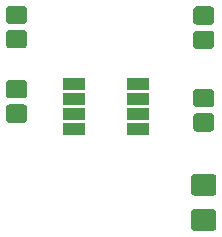
<source format=gbr>
G04 #@! TF.GenerationSoftware,KiCad,Pcbnew,(5.0.0)*
G04 #@! TF.CreationDate,2018-10-15T00:14:37+02:00*
G04 #@! TF.ProjectId,GettingToBlinky,47657474696E67546F426C696E6B792E,rev?*
G04 #@! TF.SameCoordinates,Original*
G04 #@! TF.FileFunction,Soldermask,Top*
G04 #@! TF.FilePolarity,Negative*
%FSLAX46Y46*%
G04 Gerber Fmt 4.6, Leading zero omitted, Abs format (unit mm)*
G04 Created by KiCad (PCBNEW (5.0.0)) date 10/15/18 00:14:37*
%MOMM*%
%LPD*%
G01*
G04 APERTURE LIST*
%ADD10C,0.100000*%
%ADD11C,1.825000*%
%ADD12C,1.550000*%
%ADD13R,1.950000X1.000000*%
G04 APERTURE END LIST*
D10*
G04 #@! TO.C,C1*
G36*
X195486207Y-128626542D02*
X195517287Y-128631152D01*
X195547766Y-128638787D01*
X195577350Y-128649372D01*
X195605754Y-128662806D01*
X195632704Y-128678959D01*
X195657942Y-128697677D01*
X195681223Y-128718777D01*
X195702323Y-128742058D01*
X195721041Y-128767296D01*
X195737194Y-128794246D01*
X195750628Y-128822650D01*
X195761213Y-128852234D01*
X195768848Y-128882713D01*
X195773458Y-128913793D01*
X195775000Y-128945176D01*
X195775000Y-130129824D01*
X195773458Y-130161207D01*
X195768848Y-130192287D01*
X195761213Y-130222766D01*
X195750628Y-130252350D01*
X195737194Y-130280754D01*
X195721041Y-130307704D01*
X195702323Y-130332942D01*
X195681223Y-130356223D01*
X195657942Y-130377323D01*
X195632704Y-130396041D01*
X195605754Y-130412194D01*
X195577350Y-130425628D01*
X195547766Y-130436213D01*
X195517287Y-130443848D01*
X195486207Y-130448458D01*
X195454824Y-130450000D01*
X193945176Y-130450000D01*
X193913793Y-130448458D01*
X193882713Y-130443848D01*
X193852234Y-130436213D01*
X193822650Y-130425628D01*
X193794246Y-130412194D01*
X193767296Y-130396041D01*
X193742058Y-130377323D01*
X193718777Y-130356223D01*
X193697677Y-130332942D01*
X193678959Y-130307704D01*
X193662806Y-130280754D01*
X193649372Y-130252350D01*
X193638787Y-130222766D01*
X193631152Y-130192287D01*
X193626542Y-130161207D01*
X193625000Y-130129824D01*
X193625000Y-128945176D01*
X193626542Y-128913793D01*
X193631152Y-128882713D01*
X193638787Y-128852234D01*
X193649372Y-128822650D01*
X193662806Y-128794246D01*
X193678959Y-128767296D01*
X193697677Y-128742058D01*
X193718777Y-128718777D01*
X193742058Y-128697677D01*
X193767296Y-128678959D01*
X193794246Y-128662806D01*
X193822650Y-128649372D01*
X193852234Y-128638787D01*
X193882713Y-128631152D01*
X193913793Y-128626542D01*
X193945176Y-128625000D01*
X195454824Y-128625000D01*
X195486207Y-128626542D01*
X195486207Y-128626542D01*
G37*
D11*
X194700000Y-129537500D03*
D10*
G36*
X195486207Y-125651542D02*
X195517287Y-125656152D01*
X195547766Y-125663787D01*
X195577350Y-125674372D01*
X195605754Y-125687806D01*
X195632704Y-125703959D01*
X195657942Y-125722677D01*
X195681223Y-125743777D01*
X195702323Y-125767058D01*
X195721041Y-125792296D01*
X195737194Y-125819246D01*
X195750628Y-125847650D01*
X195761213Y-125877234D01*
X195768848Y-125907713D01*
X195773458Y-125938793D01*
X195775000Y-125970176D01*
X195775000Y-127154824D01*
X195773458Y-127186207D01*
X195768848Y-127217287D01*
X195761213Y-127247766D01*
X195750628Y-127277350D01*
X195737194Y-127305754D01*
X195721041Y-127332704D01*
X195702323Y-127357942D01*
X195681223Y-127381223D01*
X195657942Y-127402323D01*
X195632704Y-127421041D01*
X195605754Y-127437194D01*
X195577350Y-127450628D01*
X195547766Y-127461213D01*
X195517287Y-127468848D01*
X195486207Y-127473458D01*
X195454824Y-127475000D01*
X193945176Y-127475000D01*
X193913793Y-127473458D01*
X193882713Y-127468848D01*
X193852234Y-127461213D01*
X193822650Y-127450628D01*
X193794246Y-127437194D01*
X193767296Y-127421041D01*
X193742058Y-127402323D01*
X193718777Y-127381223D01*
X193697677Y-127357942D01*
X193678959Y-127332704D01*
X193662806Y-127305754D01*
X193649372Y-127277350D01*
X193638787Y-127247766D01*
X193631152Y-127217287D01*
X193626542Y-127186207D01*
X193625000Y-127154824D01*
X193625000Y-125970176D01*
X193626542Y-125938793D01*
X193631152Y-125907713D01*
X193638787Y-125877234D01*
X193649372Y-125847650D01*
X193662806Y-125819246D01*
X193678959Y-125792296D01*
X193697677Y-125767058D01*
X193718777Y-125743777D01*
X193742058Y-125722677D01*
X193767296Y-125703959D01*
X193794246Y-125687806D01*
X193822650Y-125674372D01*
X193852234Y-125663787D01*
X193882713Y-125656152D01*
X193913793Y-125651542D01*
X193945176Y-125650000D01*
X195454824Y-125650000D01*
X195486207Y-125651542D01*
X195486207Y-125651542D01*
G37*
D11*
X194700000Y-126562500D03*
G04 #@! TD*
D10*
G04 #@! TO.C,D1*
G36*
X179446071Y-113451623D02*
X179478781Y-113456475D01*
X179510857Y-113464509D01*
X179541991Y-113475649D01*
X179571884Y-113489787D01*
X179600247Y-113506787D01*
X179626807Y-113526485D01*
X179651308Y-113548692D01*
X179673515Y-113573193D01*
X179693213Y-113599753D01*
X179710213Y-113628116D01*
X179724351Y-113658009D01*
X179735491Y-113689143D01*
X179743525Y-113721219D01*
X179748377Y-113753929D01*
X179750000Y-113786956D01*
X179750000Y-114663044D01*
X179748377Y-114696071D01*
X179743525Y-114728781D01*
X179735491Y-114760857D01*
X179724351Y-114791991D01*
X179710213Y-114821884D01*
X179693213Y-114850247D01*
X179673515Y-114876807D01*
X179651308Y-114901308D01*
X179626807Y-114923515D01*
X179600247Y-114943213D01*
X179571884Y-114960213D01*
X179541991Y-114974351D01*
X179510857Y-114985491D01*
X179478781Y-114993525D01*
X179446071Y-114998377D01*
X179413044Y-115000000D01*
X178286956Y-115000000D01*
X178253929Y-114998377D01*
X178221219Y-114993525D01*
X178189143Y-114985491D01*
X178158009Y-114974351D01*
X178128116Y-114960213D01*
X178099753Y-114943213D01*
X178073193Y-114923515D01*
X178048692Y-114901308D01*
X178026485Y-114876807D01*
X178006787Y-114850247D01*
X177989787Y-114821884D01*
X177975649Y-114791991D01*
X177964509Y-114760857D01*
X177956475Y-114728781D01*
X177951623Y-114696071D01*
X177950000Y-114663044D01*
X177950000Y-113786956D01*
X177951623Y-113753929D01*
X177956475Y-113721219D01*
X177964509Y-113689143D01*
X177975649Y-113658009D01*
X177989787Y-113628116D01*
X178006787Y-113599753D01*
X178026485Y-113573193D01*
X178048692Y-113548692D01*
X178073193Y-113526485D01*
X178099753Y-113506787D01*
X178128116Y-113489787D01*
X178158009Y-113475649D01*
X178189143Y-113464509D01*
X178221219Y-113456475D01*
X178253929Y-113451623D01*
X178286956Y-113450000D01*
X179413044Y-113450000D01*
X179446071Y-113451623D01*
X179446071Y-113451623D01*
G37*
D12*
X178850000Y-114225000D03*
D10*
G36*
X179446071Y-111401623D02*
X179478781Y-111406475D01*
X179510857Y-111414509D01*
X179541991Y-111425649D01*
X179571884Y-111439787D01*
X179600247Y-111456787D01*
X179626807Y-111476485D01*
X179651308Y-111498692D01*
X179673515Y-111523193D01*
X179693213Y-111549753D01*
X179710213Y-111578116D01*
X179724351Y-111608009D01*
X179735491Y-111639143D01*
X179743525Y-111671219D01*
X179748377Y-111703929D01*
X179750000Y-111736956D01*
X179750000Y-112613044D01*
X179748377Y-112646071D01*
X179743525Y-112678781D01*
X179735491Y-112710857D01*
X179724351Y-112741991D01*
X179710213Y-112771884D01*
X179693213Y-112800247D01*
X179673515Y-112826807D01*
X179651308Y-112851308D01*
X179626807Y-112873515D01*
X179600247Y-112893213D01*
X179571884Y-112910213D01*
X179541991Y-112924351D01*
X179510857Y-112935491D01*
X179478781Y-112943525D01*
X179446071Y-112948377D01*
X179413044Y-112950000D01*
X178286956Y-112950000D01*
X178253929Y-112948377D01*
X178221219Y-112943525D01*
X178189143Y-112935491D01*
X178158009Y-112924351D01*
X178128116Y-112910213D01*
X178099753Y-112893213D01*
X178073193Y-112873515D01*
X178048692Y-112851308D01*
X178026485Y-112826807D01*
X178006787Y-112800247D01*
X177989787Y-112771884D01*
X177975649Y-112741991D01*
X177964509Y-112710857D01*
X177956475Y-112678781D01*
X177951623Y-112646071D01*
X177950000Y-112613044D01*
X177950000Y-111736956D01*
X177951623Y-111703929D01*
X177956475Y-111671219D01*
X177964509Y-111639143D01*
X177975649Y-111608009D01*
X177989787Y-111578116D01*
X178006787Y-111549753D01*
X178026485Y-111523193D01*
X178048692Y-111498692D01*
X178073193Y-111476485D01*
X178099753Y-111456787D01*
X178128116Y-111439787D01*
X178158009Y-111425649D01*
X178189143Y-111414509D01*
X178221219Y-111406475D01*
X178253929Y-111401623D01*
X178286956Y-111400000D01*
X179413044Y-111400000D01*
X179446071Y-111401623D01*
X179446071Y-111401623D01*
G37*
D12*
X178850000Y-112175000D03*
G04 #@! TD*
D10*
G04 #@! TO.C,R1*
G36*
X195296071Y-113501623D02*
X195328781Y-113506475D01*
X195360857Y-113514509D01*
X195391991Y-113525649D01*
X195421884Y-113539787D01*
X195450247Y-113556787D01*
X195476807Y-113576485D01*
X195501308Y-113598692D01*
X195523515Y-113623193D01*
X195543213Y-113649753D01*
X195560213Y-113678116D01*
X195574351Y-113708009D01*
X195585491Y-113739143D01*
X195593525Y-113771219D01*
X195598377Y-113803929D01*
X195600000Y-113836956D01*
X195600000Y-114713044D01*
X195598377Y-114746071D01*
X195593525Y-114778781D01*
X195585491Y-114810857D01*
X195574351Y-114841991D01*
X195560213Y-114871884D01*
X195543213Y-114900247D01*
X195523515Y-114926807D01*
X195501308Y-114951308D01*
X195476807Y-114973515D01*
X195450247Y-114993213D01*
X195421884Y-115010213D01*
X195391991Y-115024351D01*
X195360857Y-115035491D01*
X195328781Y-115043525D01*
X195296071Y-115048377D01*
X195263044Y-115050000D01*
X194136956Y-115050000D01*
X194103929Y-115048377D01*
X194071219Y-115043525D01*
X194039143Y-115035491D01*
X194008009Y-115024351D01*
X193978116Y-115010213D01*
X193949753Y-114993213D01*
X193923193Y-114973515D01*
X193898692Y-114951308D01*
X193876485Y-114926807D01*
X193856787Y-114900247D01*
X193839787Y-114871884D01*
X193825649Y-114841991D01*
X193814509Y-114810857D01*
X193806475Y-114778781D01*
X193801623Y-114746071D01*
X193800000Y-114713044D01*
X193800000Y-113836956D01*
X193801623Y-113803929D01*
X193806475Y-113771219D01*
X193814509Y-113739143D01*
X193825649Y-113708009D01*
X193839787Y-113678116D01*
X193856787Y-113649753D01*
X193876485Y-113623193D01*
X193898692Y-113598692D01*
X193923193Y-113576485D01*
X193949753Y-113556787D01*
X193978116Y-113539787D01*
X194008009Y-113525649D01*
X194039143Y-113514509D01*
X194071219Y-113506475D01*
X194103929Y-113501623D01*
X194136956Y-113500000D01*
X195263044Y-113500000D01*
X195296071Y-113501623D01*
X195296071Y-113501623D01*
G37*
D12*
X194700000Y-114275000D03*
D10*
G36*
X195296071Y-111451623D02*
X195328781Y-111456475D01*
X195360857Y-111464509D01*
X195391991Y-111475649D01*
X195421884Y-111489787D01*
X195450247Y-111506787D01*
X195476807Y-111526485D01*
X195501308Y-111548692D01*
X195523515Y-111573193D01*
X195543213Y-111599753D01*
X195560213Y-111628116D01*
X195574351Y-111658009D01*
X195585491Y-111689143D01*
X195593525Y-111721219D01*
X195598377Y-111753929D01*
X195600000Y-111786956D01*
X195600000Y-112663044D01*
X195598377Y-112696071D01*
X195593525Y-112728781D01*
X195585491Y-112760857D01*
X195574351Y-112791991D01*
X195560213Y-112821884D01*
X195543213Y-112850247D01*
X195523515Y-112876807D01*
X195501308Y-112901308D01*
X195476807Y-112923515D01*
X195450247Y-112943213D01*
X195421884Y-112960213D01*
X195391991Y-112974351D01*
X195360857Y-112985491D01*
X195328781Y-112993525D01*
X195296071Y-112998377D01*
X195263044Y-113000000D01*
X194136956Y-113000000D01*
X194103929Y-112998377D01*
X194071219Y-112993525D01*
X194039143Y-112985491D01*
X194008009Y-112974351D01*
X193978116Y-112960213D01*
X193949753Y-112943213D01*
X193923193Y-112923515D01*
X193898692Y-112901308D01*
X193876485Y-112876807D01*
X193856787Y-112850247D01*
X193839787Y-112821884D01*
X193825649Y-112791991D01*
X193814509Y-112760857D01*
X193806475Y-112728781D01*
X193801623Y-112696071D01*
X193800000Y-112663044D01*
X193800000Y-111786956D01*
X193801623Y-111753929D01*
X193806475Y-111721219D01*
X193814509Y-111689143D01*
X193825649Y-111658009D01*
X193839787Y-111628116D01*
X193856787Y-111599753D01*
X193876485Y-111573193D01*
X193898692Y-111548692D01*
X193923193Y-111526485D01*
X193949753Y-111506787D01*
X193978116Y-111489787D01*
X194008009Y-111475649D01*
X194039143Y-111464509D01*
X194071219Y-111456475D01*
X194103929Y-111451623D01*
X194136956Y-111450000D01*
X195263044Y-111450000D01*
X195296071Y-111451623D01*
X195296071Y-111451623D01*
G37*
D12*
X194700000Y-112225000D03*
G04 #@! TD*
D10*
G04 #@! TO.C,R2*
G36*
X195296071Y-120501623D02*
X195328781Y-120506475D01*
X195360857Y-120514509D01*
X195391991Y-120525649D01*
X195421884Y-120539787D01*
X195450247Y-120556787D01*
X195476807Y-120576485D01*
X195501308Y-120598692D01*
X195523515Y-120623193D01*
X195543213Y-120649753D01*
X195560213Y-120678116D01*
X195574351Y-120708009D01*
X195585491Y-120739143D01*
X195593525Y-120771219D01*
X195598377Y-120803929D01*
X195600000Y-120836956D01*
X195600000Y-121713044D01*
X195598377Y-121746071D01*
X195593525Y-121778781D01*
X195585491Y-121810857D01*
X195574351Y-121841991D01*
X195560213Y-121871884D01*
X195543213Y-121900247D01*
X195523515Y-121926807D01*
X195501308Y-121951308D01*
X195476807Y-121973515D01*
X195450247Y-121993213D01*
X195421884Y-122010213D01*
X195391991Y-122024351D01*
X195360857Y-122035491D01*
X195328781Y-122043525D01*
X195296071Y-122048377D01*
X195263044Y-122050000D01*
X194136956Y-122050000D01*
X194103929Y-122048377D01*
X194071219Y-122043525D01*
X194039143Y-122035491D01*
X194008009Y-122024351D01*
X193978116Y-122010213D01*
X193949753Y-121993213D01*
X193923193Y-121973515D01*
X193898692Y-121951308D01*
X193876485Y-121926807D01*
X193856787Y-121900247D01*
X193839787Y-121871884D01*
X193825649Y-121841991D01*
X193814509Y-121810857D01*
X193806475Y-121778781D01*
X193801623Y-121746071D01*
X193800000Y-121713044D01*
X193800000Y-120836956D01*
X193801623Y-120803929D01*
X193806475Y-120771219D01*
X193814509Y-120739143D01*
X193825649Y-120708009D01*
X193839787Y-120678116D01*
X193856787Y-120649753D01*
X193876485Y-120623193D01*
X193898692Y-120598692D01*
X193923193Y-120576485D01*
X193949753Y-120556787D01*
X193978116Y-120539787D01*
X194008009Y-120525649D01*
X194039143Y-120514509D01*
X194071219Y-120506475D01*
X194103929Y-120501623D01*
X194136956Y-120500000D01*
X195263044Y-120500000D01*
X195296071Y-120501623D01*
X195296071Y-120501623D01*
G37*
D12*
X194700000Y-121275000D03*
D10*
G36*
X195296071Y-118451623D02*
X195328781Y-118456475D01*
X195360857Y-118464509D01*
X195391991Y-118475649D01*
X195421884Y-118489787D01*
X195450247Y-118506787D01*
X195476807Y-118526485D01*
X195501308Y-118548692D01*
X195523515Y-118573193D01*
X195543213Y-118599753D01*
X195560213Y-118628116D01*
X195574351Y-118658009D01*
X195585491Y-118689143D01*
X195593525Y-118721219D01*
X195598377Y-118753929D01*
X195600000Y-118786956D01*
X195600000Y-119663044D01*
X195598377Y-119696071D01*
X195593525Y-119728781D01*
X195585491Y-119760857D01*
X195574351Y-119791991D01*
X195560213Y-119821884D01*
X195543213Y-119850247D01*
X195523515Y-119876807D01*
X195501308Y-119901308D01*
X195476807Y-119923515D01*
X195450247Y-119943213D01*
X195421884Y-119960213D01*
X195391991Y-119974351D01*
X195360857Y-119985491D01*
X195328781Y-119993525D01*
X195296071Y-119998377D01*
X195263044Y-120000000D01*
X194136956Y-120000000D01*
X194103929Y-119998377D01*
X194071219Y-119993525D01*
X194039143Y-119985491D01*
X194008009Y-119974351D01*
X193978116Y-119960213D01*
X193949753Y-119943213D01*
X193923193Y-119923515D01*
X193898692Y-119901308D01*
X193876485Y-119876807D01*
X193856787Y-119850247D01*
X193839787Y-119821884D01*
X193825649Y-119791991D01*
X193814509Y-119760857D01*
X193806475Y-119728781D01*
X193801623Y-119696071D01*
X193800000Y-119663044D01*
X193800000Y-118786956D01*
X193801623Y-118753929D01*
X193806475Y-118721219D01*
X193814509Y-118689143D01*
X193825649Y-118658009D01*
X193839787Y-118628116D01*
X193856787Y-118599753D01*
X193876485Y-118573193D01*
X193898692Y-118548692D01*
X193923193Y-118526485D01*
X193949753Y-118506787D01*
X193978116Y-118489787D01*
X194008009Y-118475649D01*
X194039143Y-118464509D01*
X194071219Y-118456475D01*
X194103929Y-118451623D01*
X194136956Y-118450000D01*
X195263044Y-118450000D01*
X195296071Y-118451623D01*
X195296071Y-118451623D01*
G37*
D12*
X194700000Y-119225000D03*
G04 #@! TD*
D10*
G04 #@! TO.C,R3*
G36*
X179446071Y-119751623D02*
X179478781Y-119756475D01*
X179510857Y-119764509D01*
X179541991Y-119775649D01*
X179571884Y-119789787D01*
X179600247Y-119806787D01*
X179626807Y-119826485D01*
X179651308Y-119848692D01*
X179673515Y-119873193D01*
X179693213Y-119899753D01*
X179710213Y-119928116D01*
X179724351Y-119958009D01*
X179735491Y-119989143D01*
X179743525Y-120021219D01*
X179748377Y-120053929D01*
X179750000Y-120086956D01*
X179750000Y-120963044D01*
X179748377Y-120996071D01*
X179743525Y-121028781D01*
X179735491Y-121060857D01*
X179724351Y-121091991D01*
X179710213Y-121121884D01*
X179693213Y-121150247D01*
X179673515Y-121176807D01*
X179651308Y-121201308D01*
X179626807Y-121223515D01*
X179600247Y-121243213D01*
X179571884Y-121260213D01*
X179541991Y-121274351D01*
X179510857Y-121285491D01*
X179478781Y-121293525D01*
X179446071Y-121298377D01*
X179413044Y-121300000D01*
X178286956Y-121300000D01*
X178253929Y-121298377D01*
X178221219Y-121293525D01*
X178189143Y-121285491D01*
X178158009Y-121274351D01*
X178128116Y-121260213D01*
X178099753Y-121243213D01*
X178073193Y-121223515D01*
X178048692Y-121201308D01*
X178026485Y-121176807D01*
X178006787Y-121150247D01*
X177989787Y-121121884D01*
X177975649Y-121091991D01*
X177964509Y-121060857D01*
X177956475Y-121028781D01*
X177951623Y-120996071D01*
X177950000Y-120963044D01*
X177950000Y-120086956D01*
X177951623Y-120053929D01*
X177956475Y-120021219D01*
X177964509Y-119989143D01*
X177975649Y-119958009D01*
X177989787Y-119928116D01*
X178006787Y-119899753D01*
X178026485Y-119873193D01*
X178048692Y-119848692D01*
X178073193Y-119826485D01*
X178099753Y-119806787D01*
X178128116Y-119789787D01*
X178158009Y-119775649D01*
X178189143Y-119764509D01*
X178221219Y-119756475D01*
X178253929Y-119751623D01*
X178286956Y-119750000D01*
X179413044Y-119750000D01*
X179446071Y-119751623D01*
X179446071Y-119751623D01*
G37*
D12*
X178850000Y-120525000D03*
D10*
G36*
X179446071Y-117701623D02*
X179478781Y-117706475D01*
X179510857Y-117714509D01*
X179541991Y-117725649D01*
X179571884Y-117739787D01*
X179600247Y-117756787D01*
X179626807Y-117776485D01*
X179651308Y-117798692D01*
X179673515Y-117823193D01*
X179693213Y-117849753D01*
X179710213Y-117878116D01*
X179724351Y-117908009D01*
X179735491Y-117939143D01*
X179743525Y-117971219D01*
X179748377Y-118003929D01*
X179750000Y-118036956D01*
X179750000Y-118913044D01*
X179748377Y-118946071D01*
X179743525Y-118978781D01*
X179735491Y-119010857D01*
X179724351Y-119041991D01*
X179710213Y-119071884D01*
X179693213Y-119100247D01*
X179673515Y-119126807D01*
X179651308Y-119151308D01*
X179626807Y-119173515D01*
X179600247Y-119193213D01*
X179571884Y-119210213D01*
X179541991Y-119224351D01*
X179510857Y-119235491D01*
X179478781Y-119243525D01*
X179446071Y-119248377D01*
X179413044Y-119250000D01*
X178286956Y-119250000D01*
X178253929Y-119248377D01*
X178221219Y-119243525D01*
X178189143Y-119235491D01*
X178158009Y-119224351D01*
X178128116Y-119210213D01*
X178099753Y-119193213D01*
X178073193Y-119173515D01*
X178048692Y-119151308D01*
X178026485Y-119126807D01*
X178006787Y-119100247D01*
X177989787Y-119071884D01*
X177975649Y-119041991D01*
X177964509Y-119010857D01*
X177956475Y-118978781D01*
X177951623Y-118946071D01*
X177950000Y-118913044D01*
X177950000Y-118036956D01*
X177951623Y-118003929D01*
X177956475Y-117971219D01*
X177964509Y-117939143D01*
X177975649Y-117908009D01*
X177989787Y-117878116D01*
X178006787Y-117849753D01*
X178026485Y-117823193D01*
X178048692Y-117798692D01*
X178073193Y-117776485D01*
X178099753Y-117756787D01*
X178128116Y-117739787D01*
X178158009Y-117725649D01*
X178189143Y-117714509D01*
X178221219Y-117706475D01*
X178253929Y-117701623D01*
X178286956Y-117700000D01*
X179413044Y-117700000D01*
X179446071Y-117701623D01*
X179446071Y-117701623D01*
G37*
D12*
X178850000Y-118475000D03*
G04 #@! TD*
D13*
G04 #@! TO.C,U1*
X183700000Y-117995000D03*
X183700000Y-119265000D03*
X183700000Y-120535000D03*
X183700000Y-121805000D03*
X189100000Y-121805000D03*
X189100000Y-120535000D03*
X189100000Y-119265000D03*
X189100000Y-117995000D03*
G04 #@! TD*
M02*

</source>
